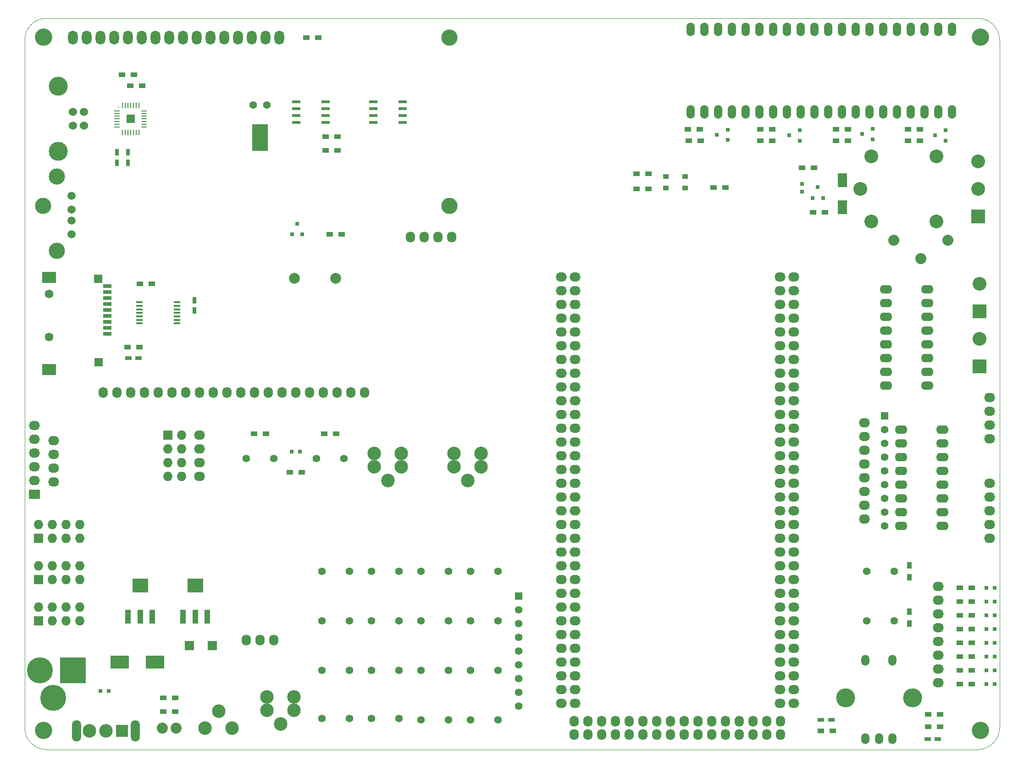
<source format=gbr>
G04 #@! TF.FileFunction,Soldermask,Top*
%FSLAX46Y46*%
G04 Gerber Fmt 4.6, Leading zero omitted, Abs format (unit mm)*
G04 Created by KiCad (PCBNEW (2015-01-16 BZR 5376)-product) date 06-Jul-17 9:47:26 AM*
%MOMM*%
G01*
G04 APERTURE LIST*
%ADD10C,0.100000*%
%ADD11R,1.000000X0.900000*%
%ADD12C,2.499360*%
%ADD13O,1.800000X2.600000*%
%ADD14C,3.000000*%
%ADD15O,1.727200X2.032000*%
%ADD16C,1.524000*%
%ADD17C,3.500000*%
%ADD18O,2.032000X1.727200*%
%ADD19R,2.032000X1.727200*%
%ADD20R,1.727200X1.727200*%
%ADD21O,1.727200X1.727200*%
%ADD22C,1.501140*%
%ADD23C,2.999740*%
%ADD24C,2.032000*%
%ADD25O,2.032000X2.032000*%
%ADD26R,3.500120X2.400300*%
%ADD27R,2.300000X2.300000*%
%ADD28C,2.500000*%
%ADD29O,1.651000X4.000000*%
%ADD30O,1.524000X2.524000*%
%ADD31R,0.750000X1.200000*%
%ADD32C,4.800600*%
%ADD33R,4.800600X4.800600*%
%ADD34R,1.800000X1.800000*%
%ADD35R,0.797560X0.797560*%
%ADD36R,1.000760X2.499360*%
%ADD37R,2.999740X2.499360*%
%ADD38O,2.300000X1.600000*%
%ADD39R,2.540000X2.540000*%
%ADD40C,2.540000*%
%ADD41C,3.200000*%
%ADD42R,1.200000X0.900000*%
%ADD43R,0.900000X1.200000*%
%ADD44R,1.500000X0.700000*%
%ADD45R,1.500000X1.500000*%
%ADD46R,2.500000X2.000000*%
%ADD47C,1.600000*%
%ADD48C,2.000000*%
%ADD49R,1.000760X0.231140*%
%ADD50R,0.231140X1.000760*%
%ADD51R,1.501140X1.501140*%
%ADD52C,0.299720*%
%ADD53C,1.397000*%
%ADD54R,3.000000X5.000000*%
%ADD55R,1.200000X0.750000*%
%ADD56R,1.397000X1.397000*%
%ADD57O,1.501140X1.998980*%
%ADD58C,3.500120*%
%ADD59R,1.550000X0.600000*%
%ADD60R,1.200000X0.400000*%
%ADD61R,0.800100X0.800100*%
%ADD62R,1.800860X2.500000*%
G04 APERTURE END LIST*
D10*
X215556500Y-163166000D02*
X43556500Y-163166000D01*
X39556500Y-159166000D02*
X39556500Y-32166000D01*
X219556500Y-32166000D02*
X219556500Y-159166000D01*
X43556500Y-28166000D02*
X215556500Y-28166000D01*
X39556500Y-159166000D02*
G75*
G03X43556500Y-163166000I4000000J0D01*
G01*
X215556500Y-163166000D02*
G75*
G03X219556500Y-159166000I0J4000000D01*
G01*
X219556500Y-32166000D02*
G75*
G03X215556500Y-28166000I-4000000J0D01*
G01*
X43556500Y-28166000D02*
G75*
G03X39556500Y-32166000I0J-4000000D01*
G01*
D11*
X161480500Y-57404000D03*
X157924500Y-57404000D03*
X157924500Y-59512200D03*
X161493500Y-59499000D03*
D12*
X75374500Y-156083000D03*
X77833220Y-159258000D03*
X72834500Y-159258000D03*
D13*
X48450500Y-31750000D03*
X50990500Y-31750000D03*
X53530500Y-31750000D03*
X56070500Y-31750000D03*
X58610500Y-31750000D03*
X61150500Y-31750000D03*
X63690500Y-31750000D03*
X66230500Y-31750000D03*
X68770500Y-31750000D03*
X71310500Y-31750000D03*
X73850500Y-31750000D03*
X76390500Y-31750000D03*
X78930500Y-31750000D03*
X81470500Y-31750000D03*
X84010500Y-31750000D03*
X86550500Y-31750000D03*
D14*
X42951400Y-31750000D03*
X42951400Y-62750700D03*
X117949980Y-62750700D03*
X117949980Y-31750000D03*
D15*
X102298500Y-97282000D03*
X99758500Y-97282000D03*
X97218500Y-97282000D03*
X94678500Y-97282000D03*
X92138500Y-97282000D03*
X89598500Y-97282000D03*
X87058500Y-97282000D03*
X84518500Y-97282000D03*
X81978500Y-97282000D03*
X79438500Y-97282000D03*
X76898500Y-97282000D03*
X74358500Y-97282000D03*
X71818500Y-97282000D03*
X69278500Y-97282000D03*
X66738500Y-97282000D03*
X64198500Y-97282000D03*
X61658500Y-97282000D03*
X59118500Y-97282000D03*
X56578500Y-97282000D03*
X54038500Y-97282000D03*
D16*
X50482500Y-45466000D03*
X50482500Y-48006000D03*
X48483520Y-48006000D03*
X48483520Y-45466000D03*
D17*
X45783500Y-40736520D03*
X45783500Y-52735480D03*
D18*
X71818500Y-105156000D03*
X71818500Y-107696000D03*
X71818500Y-110236000D03*
X71818500Y-112776000D03*
X194627500Y-120650000D03*
X194627500Y-118110000D03*
X194627500Y-115570000D03*
X194627500Y-113030000D03*
X194627500Y-110490000D03*
X194627500Y-107950000D03*
X194627500Y-105410000D03*
X194627500Y-102870000D03*
X208216500Y-150876000D03*
X208216500Y-148336000D03*
X208216500Y-145796000D03*
X208216500Y-143256000D03*
X208216500Y-140716000D03*
X208216500Y-138176000D03*
X208216500Y-135636000D03*
X208216500Y-133096000D03*
X138620500Y-75946000D03*
X138620500Y-78486000D03*
X138620500Y-81026000D03*
X138620500Y-83566000D03*
X138620500Y-86106000D03*
X138620500Y-88646000D03*
X138620500Y-91186000D03*
X138620500Y-93726000D03*
X138620500Y-96266000D03*
X138620500Y-98806000D03*
X138620500Y-101346000D03*
X138620500Y-103886000D03*
X138620500Y-106426000D03*
X138620500Y-108966000D03*
X138620500Y-111506000D03*
X138620500Y-114046000D03*
X138620500Y-116586000D03*
X138620500Y-119126000D03*
X138620500Y-121666000D03*
X138620500Y-124206000D03*
X138620500Y-126746000D03*
X138620500Y-129286000D03*
X138620500Y-131826000D03*
X138620500Y-134366000D03*
X138620500Y-136906000D03*
X138620500Y-139446000D03*
X138620500Y-141986000D03*
X138620500Y-144526000D03*
X138620500Y-147066000D03*
X138620500Y-149606000D03*
X138620500Y-152146000D03*
X138620500Y-154686000D03*
D19*
X41338500Y-116078000D03*
D18*
X41338500Y-113538000D03*
X41338500Y-110998000D03*
X41338500Y-108458000D03*
X41338500Y-105918000D03*
X41338500Y-103378000D03*
D20*
X42100500Y-124206000D03*
D21*
X42100500Y-121666000D03*
X44640500Y-124206000D03*
X44640500Y-121666000D03*
X47180500Y-124206000D03*
X47180500Y-121666000D03*
X49720500Y-124206000D03*
X49720500Y-121666000D03*
D20*
X42100500Y-131826000D03*
D21*
X42100500Y-129286000D03*
X44640500Y-131826000D03*
X44640500Y-129286000D03*
X47180500Y-131826000D03*
X47180500Y-129286000D03*
X49720500Y-131826000D03*
X49720500Y-129286000D03*
D20*
X42100500Y-139446000D03*
D21*
X42100500Y-136906000D03*
X44640500Y-139446000D03*
X44640500Y-136906000D03*
X47180500Y-139446000D03*
X47180500Y-136906000D03*
X49720500Y-139446000D03*
X49720500Y-136906000D03*
D15*
X110740500Y-68560000D03*
X113280500Y-68560000D03*
X115820500Y-68560000D03*
X118360500Y-68560000D03*
X80454500Y-143002000D03*
X82994500Y-143002000D03*
X85534500Y-143002000D03*
D22*
X48198620Y-68072860D03*
X48198620Y-65532860D03*
X48198620Y-63500860D03*
X48198620Y-60960860D03*
D23*
X45531620Y-71120860D03*
X45531620Y-57404860D03*
D24*
X64960500Y-159258000D03*
D25*
X67500500Y-159258000D03*
D26*
X57137300Y-147066000D03*
X63639700Y-147066000D03*
D18*
X217741500Y-124206000D03*
X217741500Y-121666000D03*
X217741500Y-119126000D03*
X217741500Y-116586000D03*
X217741500Y-114046000D03*
X217741500Y-105791000D03*
X217741500Y-103251000D03*
X217741500Y-100711000D03*
X217741500Y-98171000D03*
X44894500Y-113792000D03*
X44894500Y-111252000D03*
X44894500Y-108712000D03*
X44894500Y-106172000D03*
D15*
X141024500Y-160416000D03*
X143564500Y-160416000D03*
X146104500Y-160416000D03*
X148644500Y-160416000D03*
X151184500Y-160416000D03*
X153724500Y-160416000D03*
X156264500Y-160416000D03*
X158804500Y-160416000D03*
X161344500Y-160416000D03*
X163884500Y-160416000D03*
X166424500Y-160416000D03*
X168964500Y-160416000D03*
X171504500Y-160416000D03*
X174044500Y-160416000D03*
X176584500Y-160416000D03*
X179124500Y-160416000D03*
X141024500Y-157916000D03*
X143564500Y-157916000D03*
X146104500Y-157916000D03*
X148644500Y-157916000D03*
X151184500Y-157916000D03*
X153724500Y-157916000D03*
X156264500Y-157916000D03*
X158804500Y-157916000D03*
X161344500Y-157916000D03*
X163884500Y-157916000D03*
X166424500Y-157916000D03*
X168964500Y-157916000D03*
X171504500Y-157916000D03*
X174044500Y-157916000D03*
X176584500Y-157916000D03*
X179124500Y-157916000D03*
D18*
X181546500Y-75946000D03*
X181546500Y-78486000D03*
X181546500Y-81026000D03*
X181546500Y-83566000D03*
X181546500Y-86106000D03*
X181546500Y-88646000D03*
X181546500Y-91186000D03*
X181546500Y-93726000D03*
X181546500Y-96266000D03*
X181546500Y-98806000D03*
X181546500Y-101346000D03*
X181546500Y-103886000D03*
X181546500Y-106426000D03*
X181546500Y-108966000D03*
X181546500Y-111506000D03*
X181546500Y-114046000D03*
X181546500Y-116586000D03*
X181546500Y-119126000D03*
X181546500Y-121666000D03*
X181546500Y-124206000D03*
X181546500Y-126746000D03*
X181546500Y-129286000D03*
X181546500Y-131826000D03*
X181546500Y-134366000D03*
X181546500Y-136906000D03*
X181546500Y-139446000D03*
X181546500Y-141986000D03*
X181546500Y-144526000D03*
X181546500Y-147066000D03*
X181546500Y-149606000D03*
X181546500Y-152146000D03*
X181546500Y-154686000D03*
X179006500Y-75946000D03*
X179006500Y-78486000D03*
X179006500Y-81026000D03*
X179006500Y-83566000D03*
X179006500Y-86106000D03*
X179006500Y-88646000D03*
X179006500Y-91186000D03*
X179006500Y-93726000D03*
X179006500Y-96266000D03*
X179006500Y-98806000D03*
X179006500Y-101346000D03*
X179006500Y-103886000D03*
X179006500Y-106426000D03*
X179006500Y-108966000D03*
X179006500Y-111506000D03*
X179006500Y-114046000D03*
X179006500Y-116586000D03*
X179006500Y-119126000D03*
X179006500Y-121666000D03*
X179006500Y-124206000D03*
X179006500Y-126746000D03*
X179006500Y-129286000D03*
X179006500Y-131826000D03*
X179006500Y-134366000D03*
X179006500Y-136906000D03*
X179006500Y-139446000D03*
X179006500Y-141986000D03*
X179006500Y-144526000D03*
X179006500Y-147066000D03*
X179006500Y-149606000D03*
X179006500Y-152146000D03*
X179006500Y-154686000D03*
X141160500Y-75946000D03*
X141160500Y-78486000D03*
X141160500Y-81026000D03*
X141160500Y-83566000D03*
X141160500Y-86106000D03*
X141160500Y-88646000D03*
X141160500Y-91186000D03*
X141160500Y-93726000D03*
X141160500Y-96266000D03*
X141160500Y-98806000D03*
X141160500Y-101346000D03*
X141160500Y-103886000D03*
X141160500Y-106426000D03*
X141160500Y-108966000D03*
X141160500Y-111506000D03*
X141160500Y-114046000D03*
X141160500Y-116586000D03*
X141160500Y-119126000D03*
X141160500Y-121666000D03*
X141160500Y-124206000D03*
X141160500Y-126746000D03*
X141160500Y-129286000D03*
X141160500Y-131826000D03*
X141160500Y-134366000D03*
X141160500Y-136906000D03*
X141160500Y-139446000D03*
X141160500Y-141986000D03*
X141160500Y-144526000D03*
X141160500Y-147066000D03*
X141160500Y-149606000D03*
X141160500Y-152146000D03*
X141160500Y-154686000D03*
D20*
X65976500Y-105156000D03*
D21*
X68516500Y-105156000D03*
X65976500Y-107696000D03*
X68516500Y-107696000D03*
X65976500Y-110236000D03*
X68516500Y-110236000D03*
X65976500Y-112776000D03*
X68516500Y-112776000D03*
D27*
X57546500Y-159766000D03*
D28*
X54546500Y-159766000D03*
X51546500Y-159766000D03*
D29*
X49146460Y-159766000D03*
X59946540Y-159766000D03*
D30*
X162496500Y-45466000D03*
X165036500Y-45466000D03*
X167576500Y-45466000D03*
X170116500Y-45466000D03*
X172656500Y-45466000D03*
X172656500Y-30226000D03*
X170116500Y-30226000D03*
X167576500Y-30226000D03*
X165036500Y-30226000D03*
X162496500Y-30226000D03*
D31*
X70929500Y-82103000D03*
X70929500Y-80203000D03*
X56578500Y-52898000D03*
X56578500Y-54798000D03*
X58610500Y-52898000D03*
X58610500Y-54798000D03*
D32*
X42354500Y-148590000D03*
D33*
X48450500Y-148590000D03*
D32*
X44854500Y-153670000D03*
D34*
X74172500Y-144018000D03*
X69972500Y-144018000D03*
D35*
X53543200Y-152400000D03*
X55041800Y-152400000D03*
X183070500Y-58686700D03*
X183070500Y-60185300D03*
X217119200Y-133350000D03*
X218617800Y-133350000D03*
X217119200Y-135890000D03*
X218617800Y-135890000D03*
X217119200Y-138430000D03*
X218617800Y-138430000D03*
X217119200Y-140970000D03*
X218617800Y-140970000D03*
D36*
X60896500Y-138640820D03*
X63146940Y-138640820D03*
X58646060Y-138640820D03*
D37*
X60896500Y-132890260D03*
D36*
X71056500Y-138640820D03*
X73306940Y-138640820D03*
X68806060Y-138640820D03*
D37*
X71056500Y-132890260D03*
D38*
X198556500Y-78166000D03*
X198556500Y-80706000D03*
X198556500Y-83246000D03*
X198556500Y-85786000D03*
X198556500Y-88326000D03*
X198556500Y-90866000D03*
X198556500Y-93406000D03*
X198556500Y-95946000D03*
X206176500Y-95946000D03*
X206176500Y-93406000D03*
X206176500Y-90866000D03*
X206176500Y-88326000D03*
X206176500Y-85786000D03*
X206176500Y-83246000D03*
X206176500Y-80706000D03*
X206176500Y-78166000D03*
D39*
X215836500Y-92456000D03*
D40*
X215836500Y-87376000D03*
D39*
X215836500Y-82296000D03*
D40*
X215836500Y-77216000D03*
X195867020Y-53690520D03*
X193865500Y-59690000D03*
X207865980Y-53690520D03*
X207865980Y-65689480D03*
X195867020Y-65689480D03*
D39*
X215582500Y-64770000D03*
D40*
X215582500Y-59690000D03*
X215582500Y-54610000D03*
D41*
X216056500Y-159666000D03*
X43056500Y-31666000D03*
X43056500Y-159666000D03*
X216056500Y-31666000D03*
D42*
X188742500Y-159766000D03*
X186542500Y-159766000D03*
X60812500Y-77216000D03*
X63012500Y-77216000D03*
X58526500Y-88900000D03*
X60726500Y-88900000D03*
X67330500Y-153670000D03*
X65130500Y-153670000D03*
X90698500Y-112014000D03*
X88498500Y-112014000D03*
X84094500Y-104902000D03*
X81894500Y-104902000D03*
X185145500Y-64008000D03*
X187345500Y-64008000D03*
X98064500Y-68072000D03*
X95864500Y-68072000D03*
D43*
X202882500Y-131402000D03*
X202882500Y-129202000D03*
X202882500Y-137711000D03*
X202882500Y-139911000D03*
D42*
X67330500Y-156210000D03*
X65130500Y-156210000D03*
X91546500Y-31750000D03*
X93746500Y-31750000D03*
X152506500Y-56896000D03*
X154706500Y-56896000D03*
X152506500Y-59690000D03*
X154706500Y-59690000D03*
X168930500Y-59436000D03*
X166730500Y-59436000D03*
X212196500Y-133350000D03*
X214396500Y-133350000D03*
X212196500Y-135890000D03*
X214396500Y-135890000D03*
X212196500Y-138430000D03*
X214396500Y-138430000D03*
X212196500Y-140970000D03*
X214396500Y-140970000D03*
D44*
X54838500Y-86442000D03*
X54838500Y-85342000D03*
X54838500Y-84242000D03*
X54838500Y-83142000D03*
X54838500Y-82042000D03*
X54838500Y-80942000D03*
X54838500Y-79842000D03*
X54838500Y-78742000D03*
X54838500Y-77642000D03*
D45*
X53138500Y-76242000D03*
X53238500Y-91642000D03*
D46*
X44038500Y-76042000D03*
X44038500Y-93042000D03*
D47*
X44038500Y-79042000D03*
X44038500Y-87042000D03*
D48*
X96954340Y-76200000D03*
X89354660Y-76200000D03*
D49*
X56619140Y-48237140D03*
X56619140Y-47736760D03*
X56619140Y-47236380D03*
X56619140Y-46736000D03*
X56619140Y-46235620D03*
X56619140Y-45735240D03*
X56619140Y-45234860D03*
D50*
X57617360Y-44236640D03*
X58117740Y-44236640D03*
X58618120Y-44236640D03*
X59118500Y-44236640D03*
X59618880Y-44236640D03*
X60119260Y-44236640D03*
X60619640Y-44236640D03*
D49*
X61617860Y-45234860D03*
X61617860Y-45735240D03*
X61617860Y-46235620D03*
X61617860Y-46736000D03*
X61617860Y-47236380D03*
X61617860Y-47736760D03*
X61617860Y-48237140D03*
D50*
X60619640Y-49235360D03*
X60119260Y-49235360D03*
X59618880Y-49235360D03*
X59118500Y-49235360D03*
X58618120Y-49235360D03*
X58117740Y-49235360D03*
X57617360Y-49235360D03*
D51*
X59118500Y-46736000D03*
D52*
X56868060Y-44485560D03*
D35*
X88849200Y-108204000D03*
X90347800Y-108204000D03*
D42*
X97048500Y-104902000D03*
X94848500Y-104902000D03*
D24*
X205041500Y-72566000D03*
X200041500Y-69166000D03*
X210041500Y-69166000D03*
D53*
X84264500Y-44196000D03*
X81724500Y-44196000D03*
D54*
X82994500Y-50196000D03*
D42*
X95102500Y-52578000D03*
X97302500Y-52578000D03*
X95102500Y-50038000D03*
X97302500Y-50038000D03*
D55*
X60576500Y-90932000D03*
X58676500Y-90932000D03*
D30*
X175196500Y-45466000D03*
X177736500Y-45466000D03*
X180276500Y-45466000D03*
X182816500Y-45466000D03*
X185356500Y-45466000D03*
X185356500Y-30226000D03*
X182816500Y-30226000D03*
X180276500Y-30226000D03*
X177736500Y-30226000D03*
X175196500Y-30226000D03*
X187896500Y-45466000D03*
X190436500Y-45466000D03*
X192976500Y-45466000D03*
X195516500Y-45466000D03*
X198056500Y-45466000D03*
X198056500Y-30226000D03*
X195516500Y-30226000D03*
X192976500Y-30226000D03*
X190436500Y-30226000D03*
X187896500Y-30226000D03*
X200596500Y-45466000D03*
X203136500Y-45466000D03*
X205676500Y-45466000D03*
X208216500Y-45466000D03*
X210756500Y-45466000D03*
X210756500Y-30226000D03*
X208216500Y-30226000D03*
X205676500Y-30226000D03*
X203136500Y-30226000D03*
X200596500Y-30226000D03*
D55*
X186565500Y-157734000D03*
X188465500Y-157734000D03*
X208150500Y-161290000D03*
X206250500Y-161290000D03*
D35*
X217119200Y-143510000D03*
X218617800Y-143510000D03*
X217119200Y-146050000D03*
X218617800Y-146050000D03*
X217119200Y-148590000D03*
X218617800Y-148590000D03*
X217119200Y-151130000D03*
X218617800Y-151130000D03*
D42*
X212196500Y-143510000D03*
X214396500Y-143510000D03*
X212196500Y-146050000D03*
X214396500Y-146050000D03*
X212196500Y-148590000D03*
X214396500Y-148590000D03*
X212196500Y-151130000D03*
X214396500Y-151130000D03*
X206354500Y-159004000D03*
X208554500Y-159004000D03*
X208554500Y-156718000D03*
X206354500Y-156718000D03*
X164231500Y-48641000D03*
X162031500Y-48641000D03*
X164358500Y-50800000D03*
X162158500Y-50800000D03*
X177566500Y-48641000D03*
X175366500Y-48641000D03*
X177566500Y-50800000D03*
X175366500Y-50800000D03*
X191536500Y-48641000D03*
X189336500Y-48641000D03*
X191536500Y-50800000D03*
X189336500Y-50800000D03*
X204871500Y-48641000D03*
X202671500Y-48641000D03*
X204871500Y-50800000D03*
X202671500Y-50800000D03*
D56*
X130746500Y-134874000D03*
D53*
X130746500Y-137414000D03*
X130746500Y-139954000D03*
X130746500Y-142494000D03*
X130746500Y-145034000D03*
X130746500Y-147574000D03*
X130746500Y-150114000D03*
X130746500Y-152654000D03*
X130746500Y-155194000D03*
D56*
X198310500Y-101600000D03*
D53*
X198310500Y-104140000D03*
X198310500Y-106680000D03*
X198310500Y-109220000D03*
X198310500Y-111760000D03*
X198310500Y-114300000D03*
X198310500Y-116840000D03*
X198310500Y-119380000D03*
X198310500Y-121920000D03*
D38*
X201358500Y-104140000D03*
X201358500Y-106680000D03*
X201358500Y-109220000D03*
X201358500Y-111760000D03*
X201358500Y-114300000D03*
X201358500Y-116840000D03*
X201358500Y-119380000D03*
X201358500Y-121920000D03*
X208978500Y-121920000D03*
X208978500Y-119380000D03*
X208978500Y-116840000D03*
X208978500Y-114300000D03*
X208978500Y-111760000D03*
X208978500Y-109220000D03*
X208978500Y-106680000D03*
X208978500Y-104140000D03*
D57*
X194795140Y-161170620D03*
X197294500Y-161170620D03*
X199793860Y-161170620D03*
D58*
X191094360Y-153670000D03*
X203494640Y-153670000D03*
D57*
X194795140Y-146669760D03*
X199793860Y-146669760D03*
D42*
X59710500Y-38608000D03*
X57510500Y-38608000D03*
X61234500Y-40640000D03*
X59034500Y-40640000D03*
D59*
X103916500Y-43561000D03*
X103916500Y-44831000D03*
X103916500Y-46101000D03*
X103916500Y-47371000D03*
X109316500Y-47371000D03*
X109316500Y-46101000D03*
X109316500Y-44831000D03*
X109316500Y-43561000D03*
X89692500Y-43561000D03*
X89692500Y-44831000D03*
X89692500Y-46101000D03*
X89692500Y-47371000D03*
X95092500Y-47371000D03*
X95092500Y-46101000D03*
X95092500Y-44831000D03*
X95092500Y-43561000D03*
D60*
X60748500Y-80600000D03*
X60748500Y-81250000D03*
X60748500Y-81900000D03*
X60748500Y-82550000D03*
X60748500Y-83200000D03*
X60748500Y-83850000D03*
X60748500Y-84500000D03*
X67648500Y-84500000D03*
X67648500Y-83850000D03*
X67648500Y-83200000D03*
X67648500Y-82550000D03*
X67648500Y-81900000D03*
X67648500Y-81250000D03*
X67648500Y-80600000D03*
D12*
X86804500Y-158456000D03*
X84304500Y-155956000D03*
X89304500Y-155956000D03*
X84304500Y-153456000D03*
X89304500Y-153456000D03*
X106616500Y-113498000D03*
X104116500Y-110998000D03*
X109116500Y-110998000D03*
X104116500Y-108498000D03*
X109116500Y-108498000D03*
X121348500Y-113498000D03*
X118848500Y-110998000D03*
X123848500Y-110998000D03*
X118848500Y-108498000D03*
X123848500Y-108498000D03*
D53*
X195008500Y-130302000D03*
X200088500Y-130302000D03*
X195008500Y-139446000D03*
X200088500Y-139446000D03*
X85534500Y-109474000D03*
X80454500Y-109474000D03*
X98488500Y-109474000D03*
X93408500Y-109474000D03*
X94424500Y-130302000D03*
X99504500Y-130302000D03*
X103568500Y-130302000D03*
X108648500Y-130302000D03*
X112712500Y-130302000D03*
X117792500Y-130302000D03*
X121856500Y-130302000D03*
X126936500Y-130302000D03*
X94424500Y-139446000D03*
X99504500Y-139446000D03*
X103568500Y-139446000D03*
X108648500Y-139446000D03*
X112712500Y-139446000D03*
X117792500Y-139446000D03*
X121856500Y-139446000D03*
X126936500Y-139446000D03*
X94424500Y-148590000D03*
X99504500Y-148590000D03*
X103568500Y-148590000D03*
X108648500Y-148590000D03*
X112712500Y-148590000D03*
X117792500Y-148590000D03*
X121856500Y-148590000D03*
X126936500Y-148590000D03*
X94424500Y-157480000D03*
X99504500Y-157480000D03*
X103568500Y-157480000D03*
X108648500Y-157480000D03*
X112712500Y-157734000D03*
X117792500Y-157734000D03*
X121856500Y-157734000D03*
X126936500Y-157734000D03*
D42*
X185313500Y-55753000D03*
X183113500Y-55753000D03*
D61*
X185041500Y-61325760D03*
X186941500Y-61325760D03*
X185991500Y-59326780D03*
X88902500Y-68056760D03*
X90802500Y-68056760D03*
X89852500Y-66057780D03*
X169339260Y-50607000D03*
X169339260Y-48707000D03*
X167340280Y-49657000D03*
X182674260Y-50734000D03*
X182674260Y-48834000D03*
X180675280Y-49784000D03*
X196136260Y-50480000D03*
X196136260Y-48580000D03*
X194137280Y-49530000D03*
X209598260Y-50734000D03*
X209598260Y-48834000D03*
X207599280Y-49784000D03*
D62*
X190563500Y-63078360D03*
X190563500Y-58079640D03*
M02*

</source>
